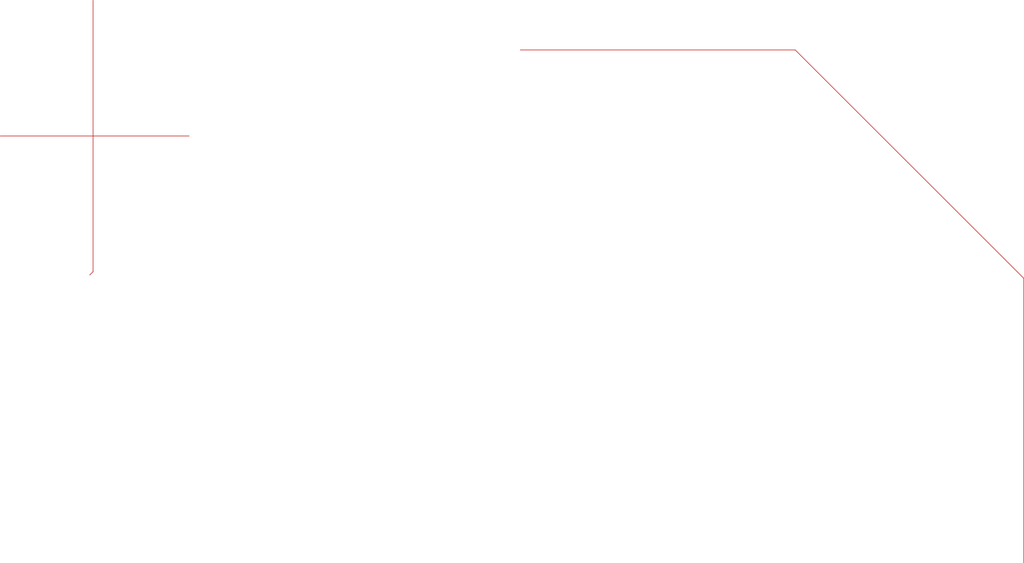
<source format=kicad_pcb>
(kicad_pcb
	(version 20241229)
	(generator "pcbnew")
	(generator_version "9.0")
	(general
		(thickness 1.6)
		(legacy_teardrops no)
	)
	(paper "A4")
	(layers
		(0 "F.Cu" signal)
		(2 "B.Cu" signal)
		(9 "F.Adhes" user "F.Adhesive")
		(11 "B.Adhes" user "B.Adhesive")
		(13 "F.Paste" user)
		(15 "B.Paste" user)
		(5 "F.SilkS" user "F.Silkscreen")
		(7 "B.SilkS" user "B.Silkscreen")
		(1 "F.Mask" user)
		(3 "B.Mask" user)
		(17 "Dwgs.User" user "User.Drawings")
		(19 "Cmts.User" user "User.Comments")
		(21 "Eco1.User" user "User.Eco1")
		(23 "Eco2.User" user "User.Eco2")
		(25 "Edge.Cuts" user)
		(27 "Margin" user)
		(31 "F.CrtYd" user "F.Courtyard")
		(29 "B.CrtYd" user "B.Courtyard")
		(35 "F.Fab" user)
		(33 "B.Fab" user)
		(39 "User.1" user)
		(41 "User.2" user)
		(43 "User.3" user)
		(45 "User.4" user)
	)
	(setup
		(pad_to_mask_clearance 0)
		(allow_soldermask_bridges_in_footprints no)
		(tenting front back)
		(aux_axis_origin 140.335 71.755)
		(pcbplotparams
			(layerselection 0x00000000_00000000_55555555_55555551)
			(plot_on_all_layers_selection 0x00000000_00000000_00000000_00000001)
			(disableapertmacros no)
			(usegerberextensions no)
			(usegerberattributes yes)
			(usegerberadvancedattributes yes)
			(creategerberjobfile yes)
			(dashed_line_dash_ratio 12.000000)
			(dashed_line_gap_ratio 3.000000)
			(svgprecision 4)
			(plotframeref no)
			(mode 1)
			(useauxorigin yes)
			(hpglpennumber 1)
			(hpglpenspeed 20)
			(hpglpendiameter 15.000000)
			(pdf_front_fp_property_popups yes)
			(pdf_back_fp_property_popups yes)
			(pdf_metadata yes)
			(pdf_single_document no)
			(dxfpolygonmode yes)
			(dxfimperialunits no)
			(dxfusepcbnewfont yes)
			(psnegative no)
			(psa4output no)
			(plot_black_and_white yes)
			(sketchpadsonfab no)
			(plotpadnumbers no)
			(hidednponfab no)
			(sketchdnponfab no)
			(crossoutdnponfab no)
			(subtractmaskfromsilk no)
			(outputformat 5)
			(mirror no)
			(drillshape 0)
			(scaleselection 1)
			(outputdirectory "../")
		)
	)
	(net 0 "")
	(segment
		(start 152.13 57.665)
		(end 193.63 57.665)
		(width 0.1)
		(layer "F.Cu")
		(net 0)
		(uuid "05278313-c753-4956-abb0-a8af767250f5")
	)
	(segment
		(start 87.63 70.665)
		(end 87.63 50.165)
		(width 0.1)
		(layer "F.Cu")
		(net 0)
		(uuid "1c65379d-8862-43a0-ba4c-8b0b1ca7fe31")
	)
	(segment
		(start 87.63 91.165)
		(end 87.63 70.665)
		(width 0.1)
		(layer "F.Cu")
		(net 0)
		(uuid "31bf6fa6-bdea-4e19-a82c-31ee90b8a96f")
	)
	(segment
		(start 87.63 70.665)
		(end 73.63 70.665)
		(width 0.1)
		(layer "F.Cu")
		(net 0)
		(uuid "62be1ea2-99ac-4564-98e1-e0f4ee40335e")
	)
	(segment
		(start 228.13 92.165)
		(end 228.13 135.165)
		(width 0.1)
		(layer "F.Cu")
		(net 0)
		(uuid "8bab2525-806f-43c5-b7ca-117cbf6c5d64")
	)
	(segment
		(start 225.13 89.165)
		(end 228.13 92.165)
		(width 0.1)
		(layer "F.Cu")
		(net 0)
		(uuid "94792f08-4f3c-4cfc-87a9-dbf2377f2375")
	)
	(segment
		(start 193.63 57.665)
		(end 225.13 89.165)
		(width 0.1)
		(layer "F.Cu")
		(net 0)
		(uuid "97b49090-a4c5-41ea-acc6-4a6db0ffe505")
	)
	(segment
		(start 87.63 70.665)
		(end 102.13 70.665)
		(width 0.1)
		(layer "F.Cu")
		(net 0)
		(uuid "de79eac8-eea2-4cc0-801b-1239bd14e09f")
	)
	(segment
		(start 87.13 91.665)
		(end 87.63 91.165)
		(width 0.1)
		(layer "F.Cu")
		(net 0)
		(uuid "ec78c4fd-ad98-42dd-b774-97a666ad9dbe")
	)
	(embedded_fonts no)
)

</source>
